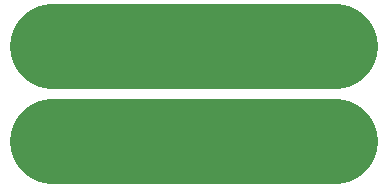
<source format=gbl>
%TF.GenerationSoftware,KiCad,Pcbnew,4.0.5-e0-6337~49~ubuntu16.04.1*%
%TF.CreationDate,2017-01-29T13:14:06-08:00*%
%TF.ProjectId,2x4-12mm-Square-SMT-Pushbutton,3278342D31326D6D2D5371756172652D,v1.0*%
%TF.FileFunction,Copper,L2,Bot,Signal*%
%FSLAX46Y46*%
G04 Gerber Fmt 4.6, Leading zero omitted, Abs format (unit mm)*
G04 Created by KiCad (PCBNEW 4.0.5-e0-6337~49~ubuntu16.04.1) date Sun Jan 29 13:14:06 2017*
%MOMM*%
%LPD*%
G01*
G04 APERTURE LIST*
%ADD10C,0.350000*%
%ADD11C,6.000000*%
%ADD12C,7.200000*%
%ADD13C,0.350000*%
G04 APERTURE END LIST*
D10*
D11*
X152590500Y-102933500D03*
X144590500Y-102933500D03*
X136590500Y-102933500D03*
X128590500Y-102933500D03*
X128590500Y-94933500D03*
X136590500Y-94933500D03*
X144590500Y-94933500D03*
X152590500Y-94933500D03*
D12*
X128590500Y-102933500D02*
X152590500Y-102933500D01*
X152590500Y-94933500D02*
X128590500Y-94933500D01*
D13*
X152590500Y-102933500D03*
X144590500Y-102933500D03*
X136590500Y-102933500D03*
X128590500Y-102933500D03*
X128590500Y-94933500D03*
X136590500Y-94933500D03*
X144590500Y-94933500D03*
X152590500Y-94933500D03*
M02*

</source>
